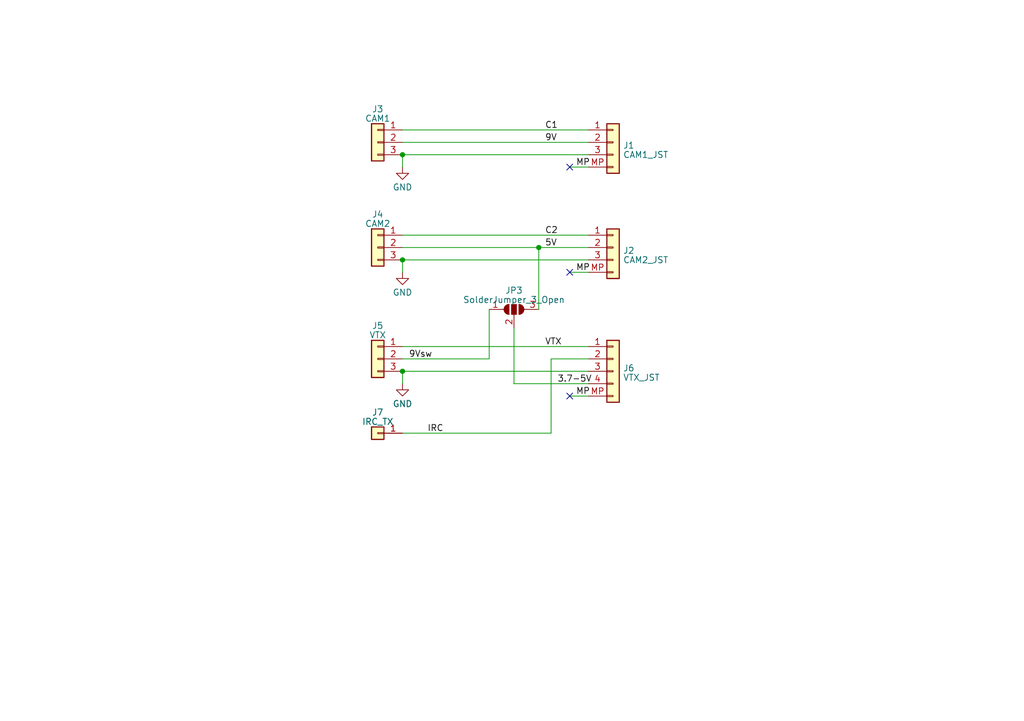
<source format=kicad_sch>
(kicad_sch (version 20230121) (generator eeschema)
  (paper "A5")
  (title_block (date "2024-01-31") (rev "1.0"))
  (lib_symbols
    (symbol "Common_Library:Conn_JST_SH_01x04" (pin_names (offset 1.016) hide)
      (property "Reference" "J2" (at 2.032 -0.6263 0))
      (property "Value" "CAM2_JST" (at 2.032 -2.5473 0))
      (symbol "Conn_JST_SH_01x04_1_1"
        (rectangle (start -1.27 -4.953) (end 0 -5.207) (stroke (width 0.1524)))
        (rectangle (start -1.27 -2.413) (end 0 -2.667) (stroke (width 0.1524)))
        (rectangle (start -1.27 0.127) (end 0 -0.127) (stroke (width 0.1524)))
        (rectangle (start -1.27 2.667) (end 0 2.413) (stroke (width 0.1524)))
        (rectangle (start -1.27 3.81) (end 1.27 -6.35) (stroke (width 0.254)) (fill (type background)))
        (pin passive line (at -5.08 2.54 0) (length 3.81) (name "Pin_1") (number "1"))
        (pin passive line (at -5.08 0 0) (length 3.81) (name "Pin_2") (number "2"))
        (pin passive line (at -5.08 -2.54 0) (length 3.81) (name "Pin_3") (number "3"))
        (pin passive line (at -5.08 -5.08 0) (length 3.81) (name "Pin_4") (number "MP"))
      )
    )
    (symbol "Common_Library:Conn_JST_SH_01x05" (pin_names (offset 1.016) hide)
      (property "Reference" "J6" (at 2.032 0.6437 0))
      (property "Value" "VTX_JST" (at 2.032 -1.2773 0))
      (symbol "Conn_JST_SH_01x05_1_1"
        (rectangle (start -1.27 -4.953) (end 0 -5.207) (stroke (width 0.1524)))
        (rectangle (start -1.27 -2.413) (end 0 -2.667) (stroke (width 0.1524)))
        (rectangle (start -1.27 0.127) (end 0 -0.127) (stroke (width 0.1524)))
        (rectangle (start -1.27 2.667) (end 0 2.413) (stroke (width 0.1524)))
        (rectangle (start -1.27 5.207) (end 0 4.953) (stroke (width 0.1524)))
        (rectangle (start -1.27 6.35) (end 1.27 -6.35) (stroke (width 0.254)) (fill (type background)))
        (pin passive line (at -5.08 5.08 0) (length 3.81) (name "Pin_1") (number "1"))
        (pin passive line (at -5.08 2.54 0) (length 3.81) (name "Pin_2") (number "2"))
        (pin passive line (at -5.08 0 0) (length 3.81) (name "Pin_3") (number "3"))
        (pin passive line (at -5.08 -2.54 0) (length 3.81) (name "Pin_4") (number "4"))
        (pin passive line (at -5.08 -5.08 0) (length 3.81) (name "Pin_5") (number "MP"))
      )
    )
    (symbol "Connector_Generic:Conn_01x01" (pin_names (offset 1.016) hide)
      (property "Reference" "J" (at 0 2.54 0))
      (property "Value" "Conn_01x01" (at 0 -2.54 0))
      (symbol "Conn_01x01_1_1"
        (rectangle (start -1.27 0.127) (end 0 -0.127) (stroke (width 0.1524)))
        (rectangle (start -1.27 1.27) (end 1.27 -1.27) (stroke (width 0.254)) (fill (type background)))
        (pin passive line (at -5.08 0 0) (length 3.81) (name "Pin_1") (number "1"))
      )
    )
    (symbol "Connector_Generic:Conn_01x03" (pin_names (offset 1.016) hide)
      (property "Reference" "J" (at 0 5.08 0))
      (property "Value" "Conn_01x03" (at 0 -5.08 0))
      (symbol "Conn_01x03_1_1"
        (rectangle (start -1.27 -2.413) (end 0 -2.667) (stroke (width 0.1524)))
        (rectangle (start -1.27 0.127) (end 0 -0.127) (stroke (width 0.1524)))
        (rectangle (start -1.27 2.667) (end 0 2.413) (stroke (width 0.1524)))
        (rectangle (start -1.27 3.81) (end 1.27 -3.81) (stroke (width 0.254)) (fill (type background)))
        (pin passive line (at -5.08 2.54 0) (length 3.81) (name "Pin_1") (number "1"))
        (pin passive line (at -5.08 0 0) (length 3.81) (name "Pin_2") (number "2"))
        (pin passive line (at -5.08 -2.54 0) (length 3.81) (name "Pin_3") (number "3"))
      )
    )
    (symbol "Jumper:SolderJumper_3_Open" (pin_names (offset 0) hide)
      (property "Reference" "JP" (at -2.54 -2.54 0))
      (property "Value" "SolderJumper_3_Open" (at 0 2.794 0))
      (symbol "SolderJumper_3_Open_0_1"
        (arc (start -1.016 1.016) (mid -2.0276 0) (end -1.016 -1.016))
        (arc (start -1.016 1.016) (mid -2.0276 0) (end -1.016 -1.016) (fill (type outline)))
        (rectangle (start -0.508 1.016) (end 0.508 -1.016) (fill (type outline)))
        (polyline (pts (xy -2.54 0) (xy -2.032 0)))
        (polyline (pts (xy -1.016 1.016) (xy -1.016 -1.016)))
        (polyline (pts (xy 0 -1.27) (xy 0 -1.016)))
        (polyline (pts (xy 1.016 1.016) (xy 1.016 -1.016)))
        (polyline (pts (xy 2.54 0) (xy 2.032 0)))
        (arc (start 1.016 -1.016) (mid 2.0276 0) (end 1.016 1.016))
        (arc (start 1.016 -1.016) (mid 2.0276 0) (end 1.016 1.016) (fill (type outline)))
      )
      (symbol "SolderJumper_3_Open_1_1"
        (pin passive line (at -5.08 0 0) (length 2.54) (name "A") (number "1"))
        (pin passive line (at 0 -3.81 90) (length 2.54) (name "C") (number "2"))
        (pin passive line (at 5.08 0 180) (length 2.54) (name "B") (number "3"))
      )
    )
    (symbol "power:GND" (power) (pin_names (offset 0))
      (property "Value" "GND" (at 0 -3.81 0))
      (symbol "GND_0_1"
        (polyline (pts (xy 0 0) (xy 0 -1.27) (xy 1.27 -1.27) (xy 0 -2.54) (xy -1.27 -1.27) (xy 0 -1.27)))
      )
      (symbol "GND_1_1"
        (pin power_in line (at 0 0 270) (length 0) hide (name "GND") (number "1"))
      )
    )
  )
  (junction (at 110.49 50.8))
  (junction (at 82.55 53.34))
  (junction (at 82.55 31.75))
  (junction (at 82.55 76.2))
  (no_connect (at 116.84 81.28))
  (no_connect (at 116.84 55.88))
  (no_connect (at 116.84 34.29))
  (wire (pts (xy 82.55 73.66) (xy 100.33 73.66)))
  (wire (pts (xy 113.03 73.66) (xy 120.65 73.66)))
  (wire (pts (xy 82.55 31.75) (xy 120.65 31.75)))
  (wire (pts (xy 82.55 55.88) (xy 82.55 53.34)))
  (wire (pts (xy 110.49 63.5) (xy 110.49 50.8)))
  (wire (pts (xy 100.33 63.5) (xy 100.33 73.66)))
  (wire (pts (xy 116.84 55.88) (xy 120.65 55.88)))
  (wire (pts (xy 82.55 48.26) (xy 120.65 48.26)))
  (wire (pts (xy 82.55 29.21) (xy 120.65 29.21)))
  (wire (pts (xy 116.84 34.29) (xy 120.65 34.29)))
  (wire (pts (xy 105.41 78.74) (xy 120.65 78.74)))
  (wire (pts (xy 82.55 53.34) (xy 120.65 53.34)))
  (wire (pts (xy 105.41 67.31) (xy 105.41 78.74)))
  (wire (pts (xy 82.55 50.8) (xy 110.49 50.8)))
  (wire (pts (xy 82.55 71.12) (xy 120.65 71.12)))
  (wire (pts (xy 82.55 88.9) (xy 113.03 88.9)))
  (wire (pts (xy 113.03 88.9) (xy 113.03 73.66)))
  (wire (pts (xy 82.55 78.74) (xy 82.55 76.2)))
  (wire (pts (xy 110.49 50.8) (xy 120.65 50.8)))
  (wire (pts (xy 82.55 26.67) (xy 120.65 26.67)))
  (wire (pts (xy 116.84 81.28) (xy 120.65 81.28)))
  (wire (pts (xy 82.55 76.2) (xy 120.65 76.2)))
  (wire (pts (xy 82.55 34.29) (xy 82.55 31.75)))
  (label "IRC" (at 87.63 88.9 0))
  (label "C1" (at 111.76 26.67 0))
  (label "MP" (at 118.11 55.88 0))
  (label "5V" (at 111.76 50.8 0))
  (label "MP" (at 118.11 81.28 0))
  (label "VTX" (at 111.76 71.12 0))
  (label "3.7-5V" (at 114.3 78.74 0))
  (label "C2" (at 111.76 48.26 0))
  (label "9Vsw" (at 83.82 73.66 0))
  (label "MP" (at 118.11 34.29 0))
  (label "9V" (at 111.76 29.21 0))
  (symbol (lib_id "power:GND") (at 82.55 55.88 0) (unit 1)
    (property "Reference" "#PWR02" (effects hide))
    (property "Value" "GND" (at 82.55 60.0155 0))
  )
  (symbol (lib_id "Connector_Generic:Conn_01x03") (at 77.47 50.8 0) (mirror y) (unit 1)
    (property "Reference" "J4" (at 77.47 43.9801 0))
    (property "Value" "CAM2" (at 77.47 45.9011 0))
    (property "Footprint" "Connector_PinSocket_2.54mm:PinSocket_1x03_P2.54mm_Vertical" (effects hide))
  )
  (symbol (lib_id "Common_Library:Conn_JST_SH_01x04") (at 125.73 50.8 0) (unit 1)
    (property "Reference" "J2" (at 127.762 51.4263 0) (effects (justify left)))
    (property "Value" "CAM2_JST" (at 127.762 53.3473 0) (effects (justify left)))
    (property "Footprint" "Custom_Connectors_JST:JST_SH_SM03B-SRSS-TB_1x03-1MP_P1.00mm_Horizontal" (effects hide))
  )
  (symbol (lib_id "Connector_Generic:Conn_01x01") (at 77.47 88.9 180) (unit 1)
    (property "Reference" "J7" (at 77.47 84.6201 0))
    (property "Value" "IRC_TX" (at 77.47 86.5411 0))
    (property "Footprint" "Connector_PinSocket_2.54mm:PinSocket_1x01_P2.54mm_Vertical" (effects hide))
  )
  (symbol (lib_id "power:GND") (at 82.55 34.29 0) (unit 1)
    (property "Reference" "#PWR01" (effects hide))
    (property "Value" "GND" (at 82.55 38.4255 0))
  )
  (symbol (lib_id "Common_Library:Conn_JST_SH_01x04") (at 125.73 29.21 0) (unit 1)
    (property "Reference" "J1" (at 127.762 29.8363 0) (effects (justify left)))
    (property "Value" "CAM1_JST" (at 127.762 31.7573 0) (effects (justify left)))
    (property "Footprint" "Custom_Connectors_JST:JST_SH_SM03B-SRSS-TB_1x03-1MP_P1.00mm_Horizontal" (effects hide))
  )
  (symbol (lib_id "power:GND") (at 82.55 78.74 0) (unit 1)
    (property "Reference" "#PWR03" (effects hide))
    (property "Value" "GND" (at 82.55 82.8755 0))
  )
  (symbol (lib_id "Common_Library:Conn_JST_SH_01x05") (at 125.73 76.2 0) (unit 1)
    (property "Reference" "J6" (at 127.762 75.5563 0) (effects (justify left)))
    (property "Value" "VTX_JST" (at 127.762 77.4773 0) (effects (justify left)))
    (property "Footprint" "Custom_Connectors_JST:JST_SH_SM04B-SRSS-TB_1x04-1MP_P1.00mm_Horizontal" (effects hide))
  )
  (symbol (lib_id "Connector_Generic:Conn_01x03") (at 77.47 73.66 0) (mirror y) (unit 1)
    (property "Reference" "J5" (at 77.47 66.8401 0))
    (property "Value" "VTX" (at 77.47 68.7611 0))
    (property "Footprint" "Connector_PinSocket_2.54mm:PinSocket_1x03_P2.54mm_Vertical" (effects hide))
  )
  (symbol (lib_id "Connector_Generic:Conn_01x03") (at 77.47 29.21 0) (mirror y) (unit 1)
    (property "Reference" "J3" (at 77.47 22.3901 0))
    (property "Value" "CAM1" (at 77.47 24.3111 0))
    (property "Footprint" "Connector_PinSocket_2.54mm:PinSocket_1x03_P2.54mm_Vertical" (effects hide))
  )
  (symbol (lib_id "Jumper:SolderJumper_3_Open") (at 105.41 63.5 0) (unit 1)
    (property "Reference" "JP3" (at 105.41 59.6011 0))
    (property "Value" "SolderJumper_3_Open" (at 105.41 61.5221 0))
    (property "Footprint" "Jumper:SolderJumper-3_P1.3mm_Open_RoundedPad1.0x1.5mm" (effects hide))
  )
)
</source>
